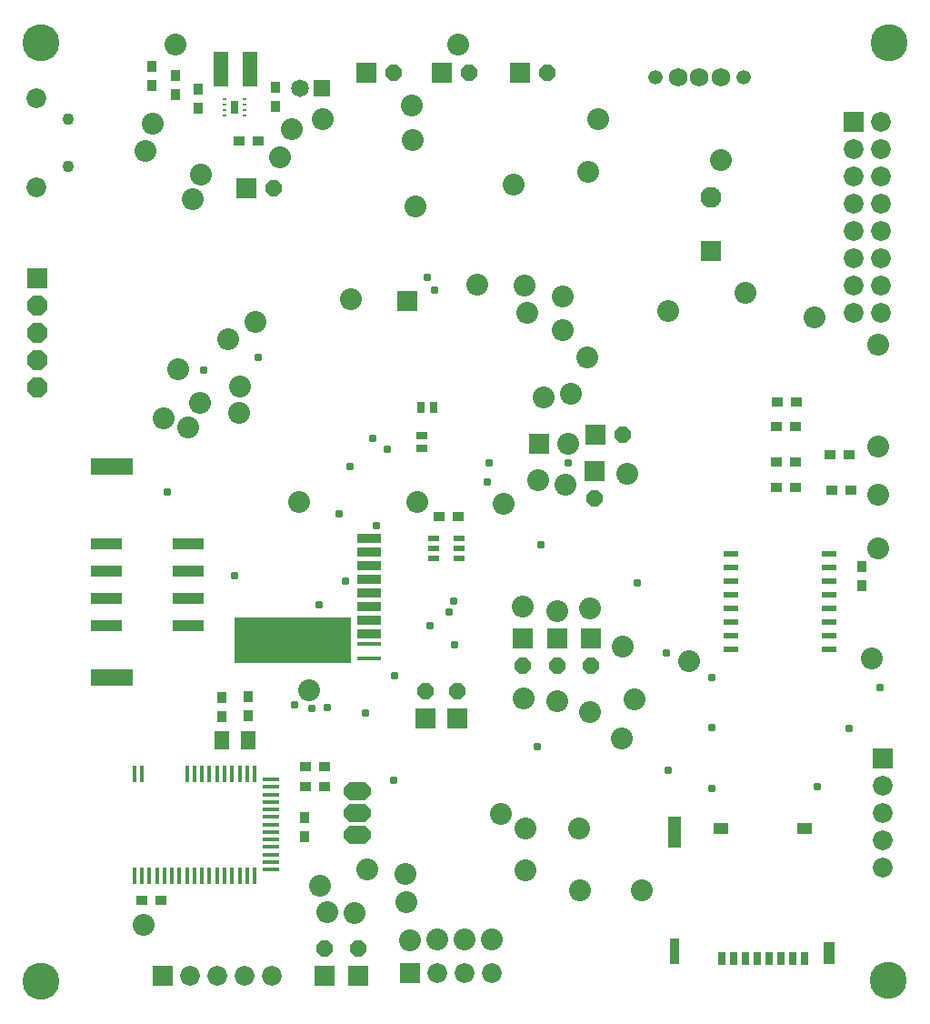
<source format=gbr>
%FSLAX35Y35*%
%MOMM*%
G04 EasyPC Gerber Version 18.0.9 Build 3640 *
%AMT100*0 Octagon Pad at angle 0*4,1,8,-0.30300,-0.73200,0.30300,-0.73200,0.73200,-0.30300,0.73200,0.30300,0.30300,0.73200,-0.30300,0.73200,-0.73200,0.30300,-0.73200,-0.30300,-0.30300,-0.73200,0*%
%ADD100T100*%
%AMT105*0 Octagon Pad at angle 0*4,1,8,-0.38090,-0.92000,0.38090,-0.92000,0.92000,-0.38090,0.92000,0.38090,0.38090,0.92000,-0.38090,0.92000,-0.92000,0.38090,-0.92000,-0.38090,-0.38090,-0.92000,0*%
%ADD105T105*%
%AMT126*0 Chamfered Rectangle Pad at angle 90*4,1,8,1.27000,-0.33740,1.27000,0.33740,0.78740,0.82000,-0.78740,0.82000,-1.27000,0.33740,-1.27000,-0.33740,-0.78740,-0.82000,0.78740,-0.82000,1.27000,-0.33740,0*%
%ADD126T126*%
%ADD123R,0.46000X0.22000*%
%ADD120R,0.44000X1.64000*%
%ADD124R,0.64000X1.24000*%
%ADD121R,1.64000X0.44000*%
%ADD107R,2.24000X0.44000*%
%ADD111R,1.14000X0.54000*%
%ADD112R,1.46000X0.59000*%
%ADD127R,0.74000X1.14000*%
%ADD113R,0.74000X1.18000*%
%ADD128R,1.14000X0.74000*%
%ADD114R,0.89000X2.44000*%
%ADD118R,0.94000X1.03000*%
%ADD117R,1.09000X2.14000*%
%ADD119R,1.03000X0.94000*%
%ADD106R,2.24000X0.94000*%
%ADD116R,1.44000X1.09000*%
%ADD109R,2.94000X1.14000*%
%ADD115R,1.24000X2.98000*%
%ADD122R,1.34000X1.69000*%
%ADD125R,1.44000X3.34000*%
%ADD110R,3.94000X1.64000*%
%ADD98R,1.64000X1.64000*%
%ADD99R,1.84000X1.84000*%
%ADD101R,1.94000X1.94000*%
%ADD129C,0.79000*%
%ADD96C,1.09000*%
%ADD104C,1.34000*%
%ADD97C,1.64000*%
%ADD103C,1.74000*%
%ADD95C,1.84000*%
%ADD102C,1.94000*%
%ADD93C,2.04000*%
%ADD94C,3.44000*%
%ADD108R,10.94000X4.34000*%
X0Y0D02*
D02*
D93*
X1236310Y786170D03*
X1257790Y7992240D03*
X1321290Y8249240D03*
X1423340Y5503130D03*
X1537190Y8985840D03*
X1562820Y5962780D03*
X1651580Y5417540D03*
X1699130Y7544610D03*
X1759360Y5645780D03*
X1768870Y7776020D03*
X2028810Y6235400D03*
X2128230Y5550680D03*
X2139760Y5801110D03*
X2279240Y6400240D03*
X2507480Y7931350D03*
X2615260Y8197630D03*
X2688170Y4720140D03*
X2783270Y2970300D03*
X2884710Y1153890D03*
X2906900Y8286390D03*
X2944940Y903460D03*
X3166840Y6609460D03*
X3201710Y897120D03*
X3325340Y1306050D03*
X3680380Y1261670D03*
X3686720Y995390D03*
X3717820Y646690D03*
X3734290Y8414340D03*
X3746990Y8096840D03*
X3772390Y7474540D03*
X3788160Y4720140D03*
X3971820Y653030D03*
X4166090Y8985840D03*
X4225620Y653030D03*
X4346080Y6748940D03*
X4479820Y653030D03*
X4561640Y1816420D03*
X4590170Y4707460D03*
X4686790Y7677740D03*
X4767690Y3746950D03*
X4774030Y2897390D03*
X4789880Y6742600D03*
X4793050Y1293370D03*
Y1683420D03*
X4808900Y6485830D03*
X4910340Y4926190D03*
X4964230Y5693740D03*
X5087860Y3712080D03*
X5094200Y2865690D03*
X5144920Y6320990D03*
Y6641160D03*
X5170280Y4884980D03*
X5189300Y5265380D03*
X5214660Y5731370D03*
X5290740Y1683280D03*
X5303420Y1106340D03*
X5366820Y6073730D03*
X5376330Y7801380D03*
X5395350Y2767420D03*
X5398520Y3731100D03*
X5474190Y8287340D03*
X5693330Y2526500D03*
X5702840Y3376060D03*
X5740880Y4989590D03*
X5813790Y2887880D03*
X5877190Y1106340D03*
X6124450Y6498510D03*
X6314650Y3246090D03*
X6613990Y7906340D03*
X6847210Y6669690D03*
X7484380Y6441450D03*
X8016940Y3268280D03*
X8080340Y5240020D03*
X8083510Y4295360D03*
Y4793050D03*
Y6184680D03*
D02*
D94*
X278970Y263120D03*
X282140Y8998540D03*
X8169640Y269460D03*
X8181780Y8998540D03*
D02*
D95*
X239710Y7650940D03*
Y8485940D03*
X1670200Y313840D03*
X1924200D03*
X2178200D03*
X2432200D03*
X3971820Y339200D03*
X4225820D03*
X4479820D03*
X7849090Y6483940D03*
Y6737940D03*
Y6991940D03*
Y7245940D03*
Y7499940D03*
Y7753940D03*
Y8007940D03*
X8103090Y6483940D03*
Y6737940D03*
Y6991940D03*
Y7245940D03*
Y7499940D03*
Y7753940D03*
Y8007940D03*
Y8261940D03*
X8121550Y1321100D03*
Y1575100D03*
Y1829100D03*
Y2083100D03*
D02*
D96*
X539710Y7845940D03*
Y8290940D03*
D02*
D97*
X2694490Y8579440D03*
D02*
D98*
X2894490D03*
D02*
D99*
X244100Y6809170D03*
X1416200Y313840D03*
X2193450Y7646050D03*
X2919580Y316810D03*
X3239750D03*
X3315190Y8719140D03*
X3689890Y6596780D03*
X3717820Y339200D03*
X3861450Y2710160D03*
X4013690Y8719140D03*
X4156260Y2710160D03*
X4743940Y8719140D03*
X4770860Y3452340D03*
X4923020Y5268550D03*
X5087860Y3452340D03*
X5408030D03*
X5439730Y5011980D03*
X5449040Y5350970D03*
X7849090Y8261940D03*
X8121550Y2337100D03*
D02*
D100*
X2447450Y7646050D03*
X2919580Y570810D03*
X3239750D03*
X3569190Y8719140D03*
X3861450Y2964160D03*
X4156260D03*
X4267690Y8719140D03*
X4770860Y3198340D03*
X4997940Y8719140D03*
X5087860Y3198340D03*
X5408030D03*
X5439730Y4757980D03*
X5703040Y5350970D03*
D02*
D101*
X6521940Y7059440D03*
D02*
D102*
Y7559440D03*
D02*
D103*
X6213990Y8674690D03*
X6413990D03*
X6613990D03*
D02*
D104*
X6003990D03*
X6823990D03*
D02*
D105*
X244100Y5793170D03*
Y6047170D03*
Y6301170D03*
Y6555170D03*
D02*
D106*
X3338020Y3499440D03*
Y3626440D03*
Y3753440D03*
Y3880440D03*
Y4007440D03*
Y4134440D03*
Y4261440D03*
Y4388440D03*
D02*
D107*
Y3269440D03*
Y3399440D03*
D02*
D108*
X2623020Y3434440D03*
D02*
D109*
X888020Y3569290D03*
Y3823290D03*
Y4077290D03*
Y4331290D03*
X1650020Y3569290D03*
Y3823290D03*
Y4077290D03*
Y4331290D03*
D02*
D110*
X938020Y3086290D03*
Y5056290D03*
D02*
D111*
X3937490Y4197190D03*
Y4292190D03*
Y4387190D03*
X4172440Y4197190D03*
Y4292190D03*
Y4387190D03*
D02*
D112*
X6710210Y3356340D03*
Y3483340D03*
Y3610340D03*
Y3737340D03*
Y3864340D03*
Y3991340D03*
Y4118340D03*
Y4245340D03*
X7618210Y3356340D03*
Y3483340D03*
Y3610340D03*
Y3737340D03*
Y3864340D03*
Y3991340D03*
Y4118340D03*
Y4245340D03*
D02*
D113*
X6621640Y474610D03*
X6731640D03*
X6841640D03*
X6951640D03*
X7061640D03*
X7171640D03*
X7281640D03*
X7391640D03*
D02*
D114*
X6187140Y537610D03*
D02*
D115*
Y1649610D03*
D02*
D116*
X6617640Y1687110D03*
X7395640D03*
D02*
D117*
X7626140Y522610D03*
D02*
D118*
X1318730Y8603250D03*
Y8781050D03*
X1531120Y8517660D03*
Y8695460D03*
X1749850Y8394030D03*
Y8571830D03*
X1965410Y2729240D03*
Y2907040D03*
X2215840Y2732410D03*
Y2910210D03*
X2466270Y8409880D03*
Y8587680D03*
X2738890Y1607060D03*
Y1784860D03*
X7931350Y3943350D03*
Y4121150D03*
D02*
D119*
X1220320Y1017580D03*
X1398120D03*
X2123770Y8086680D03*
X2301570D03*
X2741920Y2076360D03*
X2745090Y2260220D03*
X2919720Y2076360D03*
X2922890Y2260220D03*
X3987730Y4590170D03*
X4165530D03*
X7132370Y4859620D03*
Y5100540D03*
Y5427050D03*
X7135540Y5658460D03*
X7310170Y4859620D03*
Y5100540D03*
Y5427050D03*
X7313340Y5658460D03*
X7633230Y5163940D03*
X7649080Y4837430D03*
X7811030Y5163940D03*
X7826880Y4837430D03*
D02*
D120*
X1152070Y1245850D03*
Y2195850D03*
X1222070Y1245850D03*
Y2195850D03*
X1292070Y1245850D03*
X1362070D03*
X1432070D03*
X1502070D03*
X1572070D03*
X1642070D03*
Y2195850D03*
X1712070Y1245850D03*
Y2195850D03*
X1782070Y1245850D03*
Y2195850D03*
X1852070Y1245850D03*
Y2195850D03*
X1922070Y1245850D03*
Y2195850D03*
X1992070Y1245850D03*
Y2195850D03*
X2062070Y1245850D03*
Y2195850D03*
X2132070Y1245850D03*
Y2195850D03*
X2202070Y1245850D03*
Y2195850D03*
X2272070Y1245850D03*
Y2195850D03*
D02*
D121*
X2427070Y1300850D03*
Y1370850D03*
Y1440850D03*
Y1510850D03*
Y1580850D03*
Y1650850D03*
Y1720850D03*
Y1790850D03*
Y1860850D03*
Y1930850D03*
Y2000850D03*
Y2070850D03*
Y2140850D03*
D02*
D122*
X1964040Y2507480D03*
X2214040D03*
D02*
D123*
X1990970Y8322340D03*
Y8372340D03*
Y8422340D03*
Y8472340D03*
X2180970Y8322340D03*
Y8372340D03*
Y8422340D03*
Y8472340D03*
D02*
D124*
X2085970Y8397340D03*
D02*
D125*
X1957880Y8752380D03*
X2232880D03*
D02*
D126*
X3230250Y1622740D03*
Y1825940D03*
Y2029140D03*
D02*
D127*
X3823260Y5607740D03*
X3943260D03*
D02*
D128*
X3829370Y5221230D03*
Y5341230D03*
D02*
D129*
X1458210Y4815240D03*
X1800570Y5950100D03*
X2082700Y4038590D03*
X2304600Y6073730D03*
X2640620Y2837160D03*
X2808630Y2799120D03*
X2868860Y3769140D03*
X2951280Y2808630D03*
X3062230Y4612360D03*
X3116120Y3987870D03*
X3160500Y5056160D03*
X3306320Y2757910D03*
X3376060Y5319270D03*
X3404590Y4507750D03*
X3509200Y5211490D03*
X3569430Y2130250D03*
X3578940Y3109780D03*
X3876790Y6814140D03*
X3902280Y3569430D03*
X3950190Y6699840D03*
X4086140Y3699400D03*
X4124180Y3800840D03*
X4133690Y3398250D03*
X4441180Y4910340D03*
X4457030Y5087860D03*
X4904000Y2444080D03*
X4942040Y4330230D03*
X5192470Y5087860D03*
X5832810Y3972020D03*
X6108600Y3315830D03*
X6127620Y2222180D03*
X6533380Y2057340D03*
Y2621600D03*
Y3090760D03*
X7512910Y2070020D03*
X7804550Y2618430D03*
X8096190Y2995660D03*
X0Y0D02*
M02*

</source>
